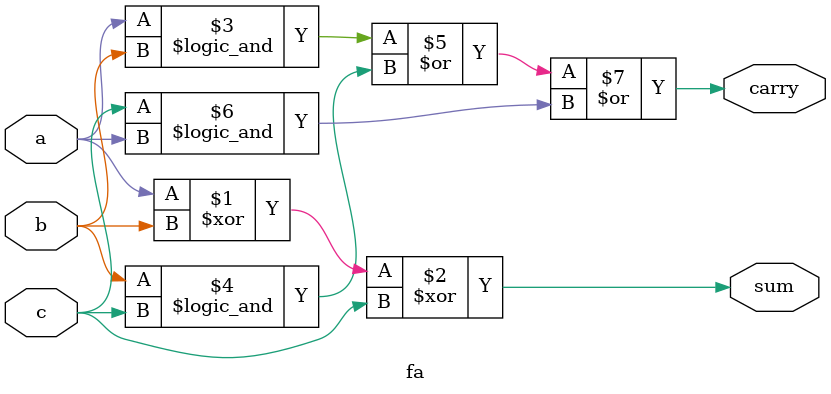
<source format=v>
module fa(sum,carry,a,b,c);
output sum,carry;
input a,b,c;
assign sum = a^b^c;
assign carry = (a&&b)|(b&&c)|(c&&a);
endmodule

</source>
